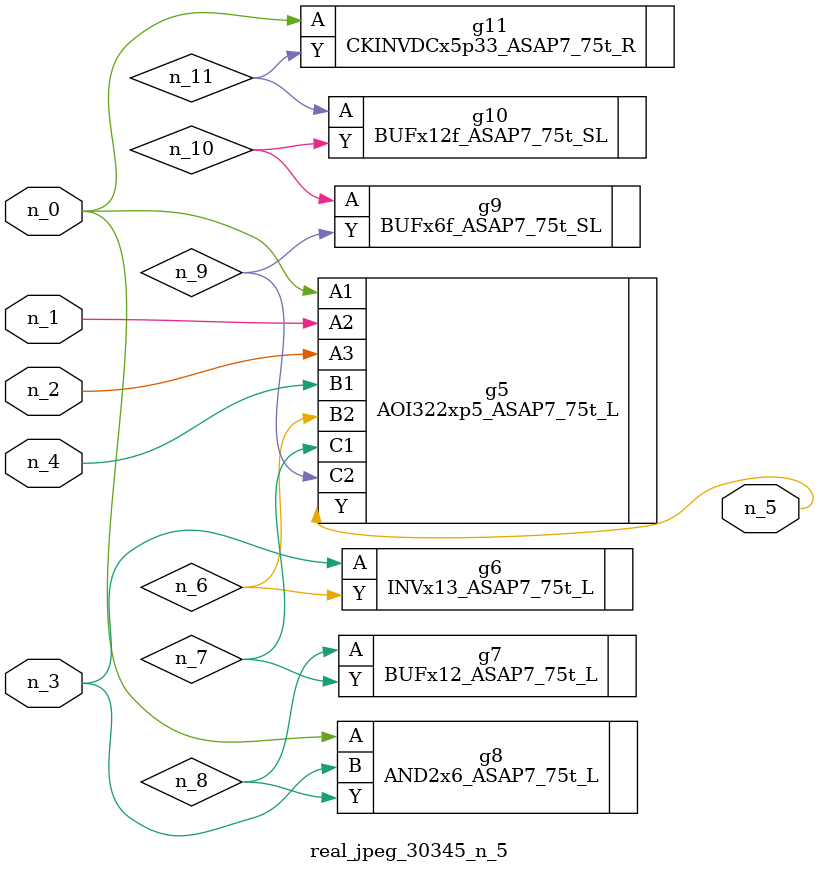
<source format=v>
module real_jpeg_30345_n_5 (n_4, n_0, n_1, n_2, n_3, n_5);

input n_4;
input n_0;
input n_1;
input n_2;
input n_3;

output n_5;

wire n_8;
wire n_11;
wire n_6;
wire n_7;
wire n_10;
wire n_9;

AOI322xp5_ASAP7_75t_L g5 ( 
.A1(n_0),
.A2(n_1),
.A3(n_2),
.B1(n_4),
.B2(n_6),
.C1(n_7),
.C2(n_9),
.Y(n_5)
);

AND2x6_ASAP7_75t_L g8 ( 
.A(n_0),
.B(n_3),
.Y(n_8)
);

CKINVDCx5p33_ASAP7_75t_R g11 ( 
.A(n_0),
.Y(n_11)
);

INVx13_ASAP7_75t_L g6 ( 
.A(n_3),
.Y(n_6)
);

BUFx12_ASAP7_75t_L g7 ( 
.A(n_8),
.Y(n_7)
);

BUFx6f_ASAP7_75t_SL g9 ( 
.A(n_10),
.Y(n_9)
);

BUFx12f_ASAP7_75t_SL g10 ( 
.A(n_11),
.Y(n_10)
);


endmodule
</source>
